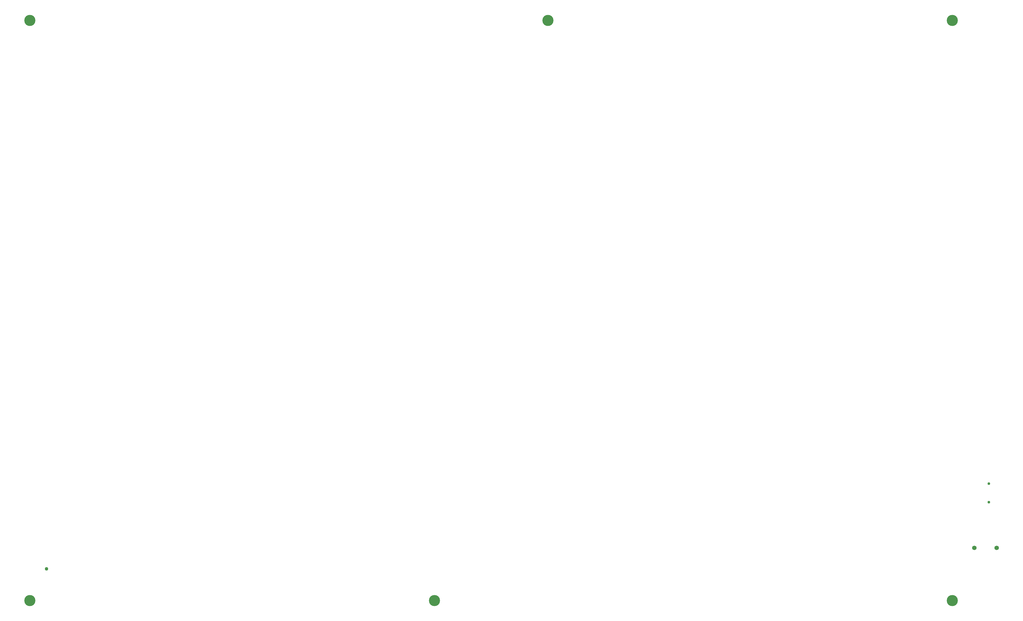
<source format=gbs>
G04 EAGLE Gerber RS-274X export*
G75*
%MOMM*%
%FSLAX34Y34*%
%LPD*%
%INSoldermask Bottom*%
%IPPOS*%
%AMOC8*
5,1,8,0,0,1.08239X$1,22.5*%
G01*
%ADD10C,3.505200*%
%ADD11C,0.853200*%
%ADD12C,1.403200*%
%ADD13C,1.103200*%


D10*
X2980000Y75000D03*
X75000Y75000D03*
D11*
X3094600Y385530D03*
X3094600Y443330D03*
D12*
X3119000Y241000D03*
X3049000Y241000D03*
D13*
X127000Y175200D03*
D10*
X1706320Y1902500D03*
X1348680Y75000D03*
X2980000Y1902500D03*
X75000Y1902500D03*
M02*

</source>
